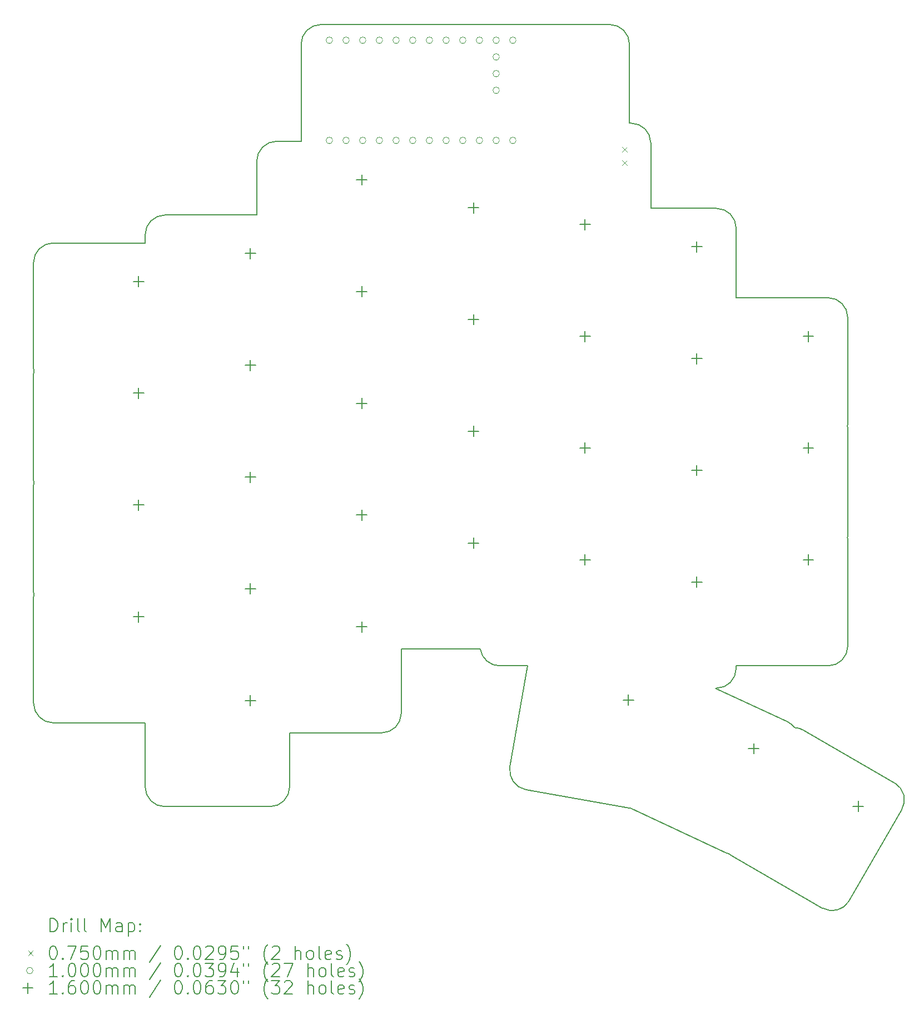
<source format=gbr>
%TF.GenerationSoftware,KiCad,Pcbnew,9.0.7+1*%
%TF.CreationDate,2026-02-15T05:04:03+00:00*%
%TF.ProjectId,left_pcb,6c656674-5f70-4636-922e-6b696361645f,v0.2*%
%TF.SameCoordinates,Original*%
%TF.FileFunction,Drillmap*%
%TF.FilePolarity,Positive*%
%FSLAX45Y45*%
G04 Gerber Fmt 4.5, Leading zero omitted, Abs format (unit mm)*
G04 Created by KiCad (PCBNEW 9.0.7+1) date 2026-02-15 05:04:03*
%MOMM*%
%LPD*%
G01*
G04 APERTURE LIST*
%ADD10C,0.150000*%
%ADD11C,0.200000*%
%ADD12C,0.100000*%
%ADD13C,0.160000*%
G04 APERTURE END LIST*
D10*
X2700000Y-14400000D02*
X4100000Y-14400000D01*
X2400000Y-12500000D02*
G75*
G02*
X2404196Y-12450000I299990J0D01*
G01*
X2400000Y-12500000D02*
X2400000Y-14100000D01*
X2700000Y-14400000D02*
G75*
G02*
X2400000Y-14100000I0J300000D01*
G01*
X2400000Y-10800000D02*
G75*
G02*
X2404196Y-10750000I299990J0D01*
G01*
X2400000Y-10800000D02*
X2400000Y-12400000D01*
X2404196Y-12450000D02*
G75*
G02*
X2400000Y-12400000I295794J50000D01*
G01*
X2400000Y-9100000D02*
G75*
G02*
X2404196Y-9050000I299990J0D01*
G01*
X2400000Y-9100000D02*
X2400000Y-10700000D01*
X2404196Y-10750000D02*
G75*
G02*
X2400000Y-10700000I295794J50000D01*
G01*
X4100000Y-7100000D02*
X2700000Y-7100000D01*
X2400000Y-7400000D02*
G75*
G02*
X2700000Y-7100000I300000J0D01*
G01*
X2400000Y-7400000D02*
X2400000Y-9000000D01*
X2404196Y-9050000D02*
G75*
G02*
X2400000Y-9000000I295794J50000D01*
G01*
X4400000Y-15675000D02*
X6000000Y-15675000D01*
X6300000Y-15375000D02*
G75*
G02*
X6000000Y-15675000I-300000J0D01*
G01*
X6300000Y-15375000D02*
X6300000Y-14553000D01*
X4100000Y-14400000D02*
X4100000Y-15375000D01*
X4400000Y-15675000D02*
G75*
G02*
X4100000Y-15375000I0J300000D01*
G01*
X5800000Y-6675000D02*
X4400000Y-6675000D01*
X4100000Y-6975000D02*
G75*
G02*
X4400000Y-6675000I300000J0D01*
G01*
X4100000Y-6975000D02*
X4100000Y-7100000D01*
X6300000Y-14553000D02*
X7700000Y-14553000D01*
X8000000Y-14253000D02*
G75*
G02*
X7700000Y-14553000I-300000J0D01*
G01*
X8000000Y-14253000D02*
X8000000Y-13278000D01*
X6475000Y-5553000D02*
X6100000Y-5553000D01*
X5800000Y-5853000D02*
G75*
G02*
X6100000Y-5553000I300000J0D01*
G01*
X5800000Y-5853000D02*
X5800000Y-6675000D01*
X8000000Y-13278000D02*
X9203394Y-13278000D01*
X9500000Y-13533000D02*
X9926778Y-13533000D01*
X9500000Y-13533000D02*
G75*
G02*
X9203394Y-13278000I0J300000D01*
G01*
X12783205Y-13873000D02*
X12800000Y-13873000D01*
X13100000Y-13573000D02*
G75*
G02*
X12800000Y-13873000I-300000J0D01*
G01*
X13100000Y-13573000D02*
X13100000Y-13533000D01*
X13100000Y-7933000D02*
X13100000Y-6873000D01*
X12800000Y-6573000D02*
G75*
G02*
X13100000Y-6873000I0J-300000D01*
G01*
X12800000Y-6573000D02*
X11800000Y-6573000D01*
X13100000Y-13533000D02*
X14500000Y-13533000D01*
X14800000Y-13233000D02*
G75*
G02*
X14500000Y-13533000I-300000J0D01*
G01*
X14800000Y-13233000D02*
X14800000Y-11633000D01*
X14795804Y-11583000D02*
G75*
G02*
X14800000Y-11633000I-295794J-50000D01*
G01*
X14800000Y-11533000D02*
G75*
G02*
X14795804Y-11583000I-299990J0D01*
G01*
X14800000Y-11533000D02*
X14800000Y-9933000D01*
X14795804Y-9883000D02*
G75*
G02*
X14800000Y-9933000I-295794J-50000D01*
G01*
X14800000Y-9833000D02*
G75*
G02*
X14795804Y-9883000I-299990J0D01*
G01*
X14800000Y-9833000D02*
X14800000Y-8233000D01*
X14500000Y-7933000D02*
G75*
G02*
X14800000Y-8233000I0J-300000D01*
G01*
X14500000Y-7933000D02*
X13100000Y-7933000D01*
X9899141Y-15417370D02*
X11474833Y-15695207D01*
X11491809Y-15697702D02*
G75*
G02*
X11474833Y-15695207I35131J298042D01*
G01*
X9926778Y-13533000D02*
X9655793Y-15069833D01*
X9899141Y-15417370D02*
G75*
G02*
X9655799Y-15069834I52099J295440D01*
G01*
X11507146Y-15705395D02*
X12957239Y-16381585D01*
X12993850Y-16395819D02*
G75*
G02*
X12957239Y-16381584I90180J286129D01*
G01*
X13886999Y-14387707D02*
G75*
G02*
X13994929Y-14472763I-126789J-271893D01*
G01*
X13886999Y-14387707D02*
X12783205Y-13873000D01*
X11507146Y-15705395D02*
G75*
G02*
X11491809Y-15697702I126714J271755D01*
G01*
X13026510Y-16417645D02*
X14412151Y-17217645D01*
X14821958Y-17107837D02*
G75*
G02*
X14412150Y-17217647I-259808J149997D01*
G01*
X14821958Y-17107837D02*
X15621958Y-15722197D01*
X15512151Y-15312389D02*
G75*
G02*
X15621962Y-15722199I-150001J-259811D01*
G01*
X15512151Y-15312389D02*
X14126510Y-14512389D01*
X13994930Y-14472763D02*
G75*
G02*
X14126510Y-14512389I-18420J-299437D01*
G01*
X13026510Y-16417645D02*
G75*
G02*
X12993850Y-16395819I150000J259805D01*
G01*
X11475000Y-5277000D02*
X11475000Y-4077000D01*
X11175000Y-3777000D02*
G75*
G02*
X11475000Y-4077000I0J-300000D01*
G01*
X11175000Y-3777000D02*
X6775000Y-3777000D01*
X6475000Y-4077000D02*
G75*
G02*
X6775000Y-3777000I300000J0D01*
G01*
X6475000Y-4077000D02*
X6475000Y-5553000D01*
X11800000Y-6573000D02*
X11800000Y-5577000D01*
X11500000Y-5277000D02*
G75*
G02*
X11800000Y-5577000I0J-300000D01*
G01*
X11500000Y-5277000D02*
X11475000Y-5277000D01*
D11*
D12*
X11362500Y-5639500D02*
X11437500Y-5714500D01*
X11437500Y-5639500D02*
X11362500Y-5714500D01*
X11362500Y-5839500D02*
X11437500Y-5914500D01*
X11437500Y-5839500D02*
X11362500Y-5914500D01*
X6955000Y-4015000D02*
G75*
G02*
X6855000Y-4015000I-50000J0D01*
G01*
X6855000Y-4015000D02*
G75*
G02*
X6955000Y-4015000I50000J0D01*
G01*
X6955000Y-5539000D02*
G75*
G02*
X6855000Y-5539000I-50000J0D01*
G01*
X6855000Y-5539000D02*
G75*
G02*
X6955000Y-5539000I50000J0D01*
G01*
X7209000Y-4015000D02*
G75*
G02*
X7109000Y-4015000I-50000J0D01*
G01*
X7109000Y-4015000D02*
G75*
G02*
X7209000Y-4015000I50000J0D01*
G01*
X7209000Y-5539000D02*
G75*
G02*
X7109000Y-5539000I-50000J0D01*
G01*
X7109000Y-5539000D02*
G75*
G02*
X7209000Y-5539000I50000J0D01*
G01*
X7463000Y-4015000D02*
G75*
G02*
X7363000Y-4015000I-50000J0D01*
G01*
X7363000Y-4015000D02*
G75*
G02*
X7463000Y-4015000I50000J0D01*
G01*
X7463000Y-5539000D02*
G75*
G02*
X7363000Y-5539000I-50000J0D01*
G01*
X7363000Y-5539000D02*
G75*
G02*
X7463000Y-5539000I50000J0D01*
G01*
X7717000Y-4015000D02*
G75*
G02*
X7617000Y-4015000I-50000J0D01*
G01*
X7617000Y-4015000D02*
G75*
G02*
X7717000Y-4015000I50000J0D01*
G01*
X7717000Y-5539000D02*
G75*
G02*
X7617000Y-5539000I-50000J0D01*
G01*
X7617000Y-5539000D02*
G75*
G02*
X7717000Y-5539000I50000J0D01*
G01*
X7971000Y-4015000D02*
G75*
G02*
X7871000Y-4015000I-50000J0D01*
G01*
X7871000Y-4015000D02*
G75*
G02*
X7971000Y-4015000I50000J0D01*
G01*
X7971000Y-5539000D02*
G75*
G02*
X7871000Y-5539000I-50000J0D01*
G01*
X7871000Y-5539000D02*
G75*
G02*
X7971000Y-5539000I50000J0D01*
G01*
X8225000Y-4015000D02*
G75*
G02*
X8125000Y-4015000I-50000J0D01*
G01*
X8125000Y-4015000D02*
G75*
G02*
X8225000Y-4015000I50000J0D01*
G01*
X8225000Y-5539000D02*
G75*
G02*
X8125000Y-5539000I-50000J0D01*
G01*
X8125000Y-5539000D02*
G75*
G02*
X8225000Y-5539000I50000J0D01*
G01*
X8479000Y-4015000D02*
G75*
G02*
X8379000Y-4015000I-50000J0D01*
G01*
X8379000Y-4015000D02*
G75*
G02*
X8479000Y-4015000I50000J0D01*
G01*
X8479000Y-5539000D02*
G75*
G02*
X8379000Y-5539000I-50000J0D01*
G01*
X8379000Y-5539000D02*
G75*
G02*
X8479000Y-5539000I50000J0D01*
G01*
X8733000Y-4015000D02*
G75*
G02*
X8633000Y-4015000I-50000J0D01*
G01*
X8633000Y-4015000D02*
G75*
G02*
X8733000Y-4015000I50000J0D01*
G01*
X8733000Y-5539000D02*
G75*
G02*
X8633000Y-5539000I-50000J0D01*
G01*
X8633000Y-5539000D02*
G75*
G02*
X8733000Y-5539000I50000J0D01*
G01*
X8987000Y-4015000D02*
G75*
G02*
X8887000Y-4015000I-50000J0D01*
G01*
X8887000Y-4015000D02*
G75*
G02*
X8987000Y-4015000I50000J0D01*
G01*
X8987000Y-5539000D02*
G75*
G02*
X8887000Y-5539000I-50000J0D01*
G01*
X8887000Y-5539000D02*
G75*
G02*
X8987000Y-5539000I50000J0D01*
G01*
X9241000Y-4015000D02*
G75*
G02*
X9141000Y-4015000I-50000J0D01*
G01*
X9141000Y-4015000D02*
G75*
G02*
X9241000Y-4015000I50000J0D01*
G01*
X9241000Y-5539000D02*
G75*
G02*
X9141000Y-5539000I-50000J0D01*
G01*
X9141000Y-5539000D02*
G75*
G02*
X9241000Y-5539000I50000J0D01*
G01*
X9495000Y-4015000D02*
G75*
G02*
X9395000Y-4015000I-50000J0D01*
G01*
X9395000Y-4015000D02*
G75*
G02*
X9495000Y-4015000I50000J0D01*
G01*
X9495000Y-4269000D02*
G75*
G02*
X9395000Y-4269000I-50000J0D01*
G01*
X9395000Y-4269000D02*
G75*
G02*
X9495000Y-4269000I50000J0D01*
G01*
X9495000Y-4523000D02*
G75*
G02*
X9395000Y-4523000I-50000J0D01*
G01*
X9395000Y-4523000D02*
G75*
G02*
X9495000Y-4523000I50000J0D01*
G01*
X9495000Y-4777000D02*
G75*
G02*
X9395000Y-4777000I-50000J0D01*
G01*
X9395000Y-4777000D02*
G75*
G02*
X9495000Y-4777000I50000J0D01*
G01*
X9495000Y-5539000D02*
G75*
G02*
X9395000Y-5539000I-50000J0D01*
G01*
X9395000Y-5539000D02*
G75*
G02*
X9495000Y-5539000I50000J0D01*
G01*
X9749000Y-4015000D02*
G75*
G02*
X9649000Y-4015000I-50000J0D01*
G01*
X9649000Y-4015000D02*
G75*
G02*
X9749000Y-4015000I50000J0D01*
G01*
X9749000Y-5539000D02*
G75*
G02*
X9649000Y-5539000I-50000J0D01*
G01*
X9649000Y-5539000D02*
G75*
G02*
X9749000Y-5539000I50000J0D01*
G01*
D13*
X4000000Y-7605000D02*
X4000000Y-7765000D01*
X3920000Y-7685000D02*
X4080000Y-7685000D01*
X4000000Y-9305000D02*
X4000000Y-9465000D01*
X3920000Y-9385000D02*
X4080000Y-9385000D01*
X4000000Y-11005000D02*
X4000000Y-11165000D01*
X3920000Y-11085000D02*
X4080000Y-11085000D01*
X4000000Y-12705000D02*
X4000000Y-12865000D01*
X3920000Y-12785000D02*
X4080000Y-12785000D01*
X5700000Y-7180000D02*
X5700000Y-7340000D01*
X5620000Y-7260000D02*
X5780000Y-7260000D01*
X5700000Y-8880000D02*
X5700000Y-9040000D01*
X5620000Y-8960000D02*
X5780000Y-8960000D01*
X5700000Y-10580000D02*
X5700000Y-10740000D01*
X5620000Y-10660000D02*
X5780000Y-10660000D01*
X5700000Y-12280000D02*
X5700000Y-12440000D01*
X5620000Y-12360000D02*
X5780000Y-12360000D01*
X5700000Y-13980000D02*
X5700000Y-14140000D01*
X5620000Y-14060000D02*
X5780000Y-14060000D01*
X7400000Y-6058000D02*
X7400000Y-6218000D01*
X7320000Y-6138000D02*
X7480000Y-6138000D01*
X7400000Y-7758000D02*
X7400000Y-7918000D01*
X7320000Y-7838000D02*
X7480000Y-7838000D01*
X7400000Y-9458000D02*
X7400000Y-9618000D01*
X7320000Y-9538000D02*
X7480000Y-9538000D01*
X7400000Y-11158000D02*
X7400000Y-11318000D01*
X7320000Y-11238000D02*
X7480000Y-11238000D01*
X7400000Y-12858000D02*
X7400000Y-13018000D01*
X7320000Y-12938000D02*
X7480000Y-12938000D01*
X9100000Y-6483000D02*
X9100000Y-6643000D01*
X9020000Y-6563000D02*
X9180000Y-6563000D01*
X9100000Y-8183000D02*
X9100000Y-8343000D01*
X9020000Y-8263000D02*
X9180000Y-8263000D01*
X9100000Y-9883000D02*
X9100000Y-10043000D01*
X9020000Y-9963000D02*
X9180000Y-9963000D01*
X9100000Y-11583000D02*
X9100000Y-11743000D01*
X9020000Y-11663000D02*
X9180000Y-11663000D01*
X10800000Y-6738000D02*
X10800000Y-6898000D01*
X10720000Y-6818000D02*
X10880000Y-6818000D01*
X10800000Y-8438000D02*
X10800000Y-8598000D01*
X10720000Y-8518000D02*
X10880000Y-8518000D01*
X10800000Y-10138000D02*
X10800000Y-10298000D01*
X10720000Y-10218000D02*
X10880000Y-10218000D01*
X10800000Y-11838000D02*
X10800000Y-11998000D01*
X10720000Y-11918000D02*
X10880000Y-11918000D01*
X11459833Y-13972648D02*
X11459833Y-14132648D01*
X11379833Y-14052648D02*
X11539833Y-14052648D01*
X12500000Y-7078000D02*
X12500000Y-7238000D01*
X12420000Y-7158000D02*
X12580000Y-7158000D01*
X12500000Y-8778000D02*
X12500000Y-8938000D01*
X12420000Y-8858000D02*
X12580000Y-8858000D01*
X12500000Y-10478000D02*
X12500000Y-10638000D01*
X12420000Y-10558000D02*
X12580000Y-10558000D01*
X12500000Y-12178000D02*
X12500000Y-12338000D01*
X12420000Y-12258000D02*
X12580000Y-12258000D01*
X13367875Y-14711112D02*
X13367875Y-14871112D01*
X13287875Y-14791112D02*
X13447875Y-14791112D01*
X14200000Y-8438000D02*
X14200000Y-8598000D01*
X14120000Y-8518000D02*
X14280000Y-8518000D01*
X14200000Y-10138000D02*
X14200000Y-10298000D01*
X14120000Y-10218000D02*
X14280000Y-10218000D01*
X14200000Y-11838000D02*
X14200000Y-11998000D01*
X14120000Y-11918000D02*
X14280000Y-11918000D01*
X14959843Y-15589014D02*
X14959843Y-15749014D01*
X14879843Y-15669014D02*
X15039843Y-15669014D01*
D11*
X2653277Y-17576823D02*
X2653277Y-17376823D01*
X2653277Y-17376823D02*
X2700896Y-17376823D01*
X2700896Y-17376823D02*
X2729467Y-17386347D01*
X2729467Y-17386347D02*
X2748515Y-17405395D01*
X2748515Y-17405395D02*
X2758039Y-17424442D01*
X2758039Y-17424442D02*
X2767563Y-17462537D01*
X2767563Y-17462537D02*
X2767563Y-17491109D01*
X2767563Y-17491109D02*
X2758039Y-17529204D01*
X2758039Y-17529204D02*
X2748515Y-17548252D01*
X2748515Y-17548252D02*
X2729467Y-17567299D01*
X2729467Y-17567299D02*
X2700896Y-17576823D01*
X2700896Y-17576823D02*
X2653277Y-17576823D01*
X2853277Y-17576823D02*
X2853277Y-17443490D01*
X2853277Y-17481585D02*
X2862801Y-17462537D01*
X2862801Y-17462537D02*
X2872324Y-17453014D01*
X2872324Y-17453014D02*
X2891372Y-17443490D01*
X2891372Y-17443490D02*
X2910420Y-17443490D01*
X2977086Y-17576823D02*
X2977086Y-17443490D01*
X2977086Y-17376823D02*
X2967562Y-17386347D01*
X2967562Y-17386347D02*
X2977086Y-17395871D01*
X2977086Y-17395871D02*
X2986610Y-17386347D01*
X2986610Y-17386347D02*
X2977086Y-17376823D01*
X2977086Y-17376823D02*
X2977086Y-17395871D01*
X3100896Y-17576823D02*
X3081848Y-17567299D01*
X3081848Y-17567299D02*
X3072324Y-17548252D01*
X3072324Y-17548252D02*
X3072324Y-17376823D01*
X3205658Y-17576823D02*
X3186610Y-17567299D01*
X3186610Y-17567299D02*
X3177086Y-17548252D01*
X3177086Y-17548252D02*
X3177086Y-17376823D01*
X3434229Y-17576823D02*
X3434229Y-17376823D01*
X3434229Y-17376823D02*
X3500896Y-17519680D01*
X3500896Y-17519680D02*
X3567562Y-17376823D01*
X3567562Y-17376823D02*
X3567562Y-17576823D01*
X3748515Y-17576823D02*
X3748515Y-17472061D01*
X3748515Y-17472061D02*
X3738991Y-17453014D01*
X3738991Y-17453014D02*
X3719943Y-17443490D01*
X3719943Y-17443490D02*
X3681848Y-17443490D01*
X3681848Y-17443490D02*
X3662801Y-17453014D01*
X3748515Y-17567299D02*
X3729467Y-17576823D01*
X3729467Y-17576823D02*
X3681848Y-17576823D01*
X3681848Y-17576823D02*
X3662801Y-17567299D01*
X3662801Y-17567299D02*
X3653277Y-17548252D01*
X3653277Y-17548252D02*
X3653277Y-17529204D01*
X3653277Y-17529204D02*
X3662801Y-17510156D01*
X3662801Y-17510156D02*
X3681848Y-17500633D01*
X3681848Y-17500633D02*
X3729467Y-17500633D01*
X3729467Y-17500633D02*
X3748515Y-17491109D01*
X3843753Y-17443490D02*
X3843753Y-17643490D01*
X3843753Y-17453014D02*
X3862801Y-17443490D01*
X3862801Y-17443490D02*
X3900896Y-17443490D01*
X3900896Y-17443490D02*
X3919943Y-17453014D01*
X3919943Y-17453014D02*
X3929467Y-17462537D01*
X3929467Y-17462537D02*
X3938991Y-17481585D01*
X3938991Y-17481585D02*
X3938991Y-17538728D01*
X3938991Y-17538728D02*
X3929467Y-17557775D01*
X3929467Y-17557775D02*
X3919943Y-17567299D01*
X3919943Y-17567299D02*
X3900896Y-17576823D01*
X3900896Y-17576823D02*
X3862801Y-17576823D01*
X3862801Y-17576823D02*
X3843753Y-17567299D01*
X4024705Y-17557775D02*
X4034229Y-17567299D01*
X4034229Y-17567299D02*
X4024705Y-17576823D01*
X4024705Y-17576823D02*
X4015182Y-17567299D01*
X4015182Y-17567299D02*
X4024705Y-17557775D01*
X4024705Y-17557775D02*
X4024705Y-17576823D01*
X4024705Y-17453014D02*
X4034229Y-17462537D01*
X4034229Y-17462537D02*
X4024705Y-17472061D01*
X4024705Y-17472061D02*
X4015182Y-17462537D01*
X4015182Y-17462537D02*
X4024705Y-17453014D01*
X4024705Y-17453014D02*
X4024705Y-17472061D01*
D12*
X2317500Y-17867839D02*
X2392500Y-17942839D01*
X2392500Y-17867839D02*
X2317500Y-17942839D01*
D11*
X2691372Y-17796823D02*
X2710420Y-17796823D01*
X2710420Y-17796823D02*
X2729467Y-17806347D01*
X2729467Y-17806347D02*
X2738991Y-17815871D01*
X2738991Y-17815871D02*
X2748515Y-17834918D01*
X2748515Y-17834918D02*
X2758039Y-17873014D01*
X2758039Y-17873014D02*
X2758039Y-17920633D01*
X2758039Y-17920633D02*
X2748515Y-17958728D01*
X2748515Y-17958728D02*
X2738991Y-17977775D01*
X2738991Y-17977775D02*
X2729467Y-17987299D01*
X2729467Y-17987299D02*
X2710420Y-17996823D01*
X2710420Y-17996823D02*
X2691372Y-17996823D01*
X2691372Y-17996823D02*
X2672324Y-17987299D01*
X2672324Y-17987299D02*
X2662801Y-17977775D01*
X2662801Y-17977775D02*
X2653277Y-17958728D01*
X2653277Y-17958728D02*
X2643753Y-17920633D01*
X2643753Y-17920633D02*
X2643753Y-17873014D01*
X2643753Y-17873014D02*
X2653277Y-17834918D01*
X2653277Y-17834918D02*
X2662801Y-17815871D01*
X2662801Y-17815871D02*
X2672324Y-17806347D01*
X2672324Y-17806347D02*
X2691372Y-17796823D01*
X2843753Y-17977775D02*
X2853277Y-17987299D01*
X2853277Y-17987299D02*
X2843753Y-17996823D01*
X2843753Y-17996823D02*
X2834229Y-17987299D01*
X2834229Y-17987299D02*
X2843753Y-17977775D01*
X2843753Y-17977775D02*
X2843753Y-17996823D01*
X2919943Y-17796823D02*
X3053277Y-17796823D01*
X3053277Y-17796823D02*
X2967562Y-17996823D01*
X3224705Y-17796823D02*
X3129467Y-17796823D01*
X3129467Y-17796823D02*
X3119943Y-17892061D01*
X3119943Y-17892061D02*
X3129467Y-17882537D01*
X3129467Y-17882537D02*
X3148515Y-17873014D01*
X3148515Y-17873014D02*
X3196134Y-17873014D01*
X3196134Y-17873014D02*
X3215182Y-17882537D01*
X3215182Y-17882537D02*
X3224705Y-17892061D01*
X3224705Y-17892061D02*
X3234229Y-17911109D01*
X3234229Y-17911109D02*
X3234229Y-17958728D01*
X3234229Y-17958728D02*
X3224705Y-17977775D01*
X3224705Y-17977775D02*
X3215182Y-17987299D01*
X3215182Y-17987299D02*
X3196134Y-17996823D01*
X3196134Y-17996823D02*
X3148515Y-17996823D01*
X3148515Y-17996823D02*
X3129467Y-17987299D01*
X3129467Y-17987299D02*
X3119943Y-17977775D01*
X3358039Y-17796823D02*
X3377086Y-17796823D01*
X3377086Y-17796823D02*
X3396134Y-17806347D01*
X3396134Y-17806347D02*
X3405658Y-17815871D01*
X3405658Y-17815871D02*
X3415182Y-17834918D01*
X3415182Y-17834918D02*
X3424705Y-17873014D01*
X3424705Y-17873014D02*
X3424705Y-17920633D01*
X3424705Y-17920633D02*
X3415182Y-17958728D01*
X3415182Y-17958728D02*
X3405658Y-17977775D01*
X3405658Y-17977775D02*
X3396134Y-17987299D01*
X3396134Y-17987299D02*
X3377086Y-17996823D01*
X3377086Y-17996823D02*
X3358039Y-17996823D01*
X3358039Y-17996823D02*
X3338991Y-17987299D01*
X3338991Y-17987299D02*
X3329467Y-17977775D01*
X3329467Y-17977775D02*
X3319943Y-17958728D01*
X3319943Y-17958728D02*
X3310420Y-17920633D01*
X3310420Y-17920633D02*
X3310420Y-17873014D01*
X3310420Y-17873014D02*
X3319943Y-17834918D01*
X3319943Y-17834918D02*
X3329467Y-17815871D01*
X3329467Y-17815871D02*
X3338991Y-17806347D01*
X3338991Y-17806347D02*
X3358039Y-17796823D01*
X3510420Y-17996823D02*
X3510420Y-17863490D01*
X3510420Y-17882537D02*
X3519943Y-17873014D01*
X3519943Y-17873014D02*
X3538991Y-17863490D01*
X3538991Y-17863490D02*
X3567563Y-17863490D01*
X3567563Y-17863490D02*
X3586610Y-17873014D01*
X3586610Y-17873014D02*
X3596134Y-17892061D01*
X3596134Y-17892061D02*
X3596134Y-17996823D01*
X3596134Y-17892061D02*
X3605658Y-17873014D01*
X3605658Y-17873014D02*
X3624705Y-17863490D01*
X3624705Y-17863490D02*
X3653277Y-17863490D01*
X3653277Y-17863490D02*
X3672324Y-17873014D01*
X3672324Y-17873014D02*
X3681848Y-17892061D01*
X3681848Y-17892061D02*
X3681848Y-17996823D01*
X3777086Y-17996823D02*
X3777086Y-17863490D01*
X3777086Y-17882537D02*
X3786610Y-17873014D01*
X3786610Y-17873014D02*
X3805658Y-17863490D01*
X3805658Y-17863490D02*
X3834229Y-17863490D01*
X3834229Y-17863490D02*
X3853277Y-17873014D01*
X3853277Y-17873014D02*
X3862801Y-17892061D01*
X3862801Y-17892061D02*
X3862801Y-17996823D01*
X3862801Y-17892061D02*
X3872324Y-17873014D01*
X3872324Y-17873014D02*
X3891372Y-17863490D01*
X3891372Y-17863490D02*
X3919943Y-17863490D01*
X3919943Y-17863490D02*
X3938991Y-17873014D01*
X3938991Y-17873014D02*
X3948515Y-17892061D01*
X3948515Y-17892061D02*
X3948515Y-17996823D01*
X4338991Y-17787299D02*
X4167563Y-18044442D01*
X4596134Y-17796823D02*
X4615182Y-17796823D01*
X4615182Y-17796823D02*
X4634229Y-17806347D01*
X4634229Y-17806347D02*
X4643753Y-17815871D01*
X4643753Y-17815871D02*
X4653277Y-17834918D01*
X4653277Y-17834918D02*
X4662801Y-17873014D01*
X4662801Y-17873014D02*
X4662801Y-17920633D01*
X4662801Y-17920633D02*
X4653277Y-17958728D01*
X4653277Y-17958728D02*
X4643753Y-17977775D01*
X4643753Y-17977775D02*
X4634229Y-17987299D01*
X4634229Y-17987299D02*
X4615182Y-17996823D01*
X4615182Y-17996823D02*
X4596134Y-17996823D01*
X4596134Y-17996823D02*
X4577087Y-17987299D01*
X4577087Y-17987299D02*
X4567563Y-17977775D01*
X4567563Y-17977775D02*
X4558039Y-17958728D01*
X4558039Y-17958728D02*
X4548515Y-17920633D01*
X4548515Y-17920633D02*
X4548515Y-17873014D01*
X4548515Y-17873014D02*
X4558039Y-17834918D01*
X4558039Y-17834918D02*
X4567563Y-17815871D01*
X4567563Y-17815871D02*
X4577087Y-17806347D01*
X4577087Y-17806347D02*
X4596134Y-17796823D01*
X4748515Y-17977775D02*
X4758039Y-17987299D01*
X4758039Y-17987299D02*
X4748515Y-17996823D01*
X4748515Y-17996823D02*
X4738991Y-17987299D01*
X4738991Y-17987299D02*
X4748515Y-17977775D01*
X4748515Y-17977775D02*
X4748515Y-17996823D01*
X4881848Y-17796823D02*
X4900896Y-17796823D01*
X4900896Y-17796823D02*
X4919944Y-17806347D01*
X4919944Y-17806347D02*
X4929468Y-17815871D01*
X4929468Y-17815871D02*
X4938991Y-17834918D01*
X4938991Y-17834918D02*
X4948515Y-17873014D01*
X4948515Y-17873014D02*
X4948515Y-17920633D01*
X4948515Y-17920633D02*
X4938991Y-17958728D01*
X4938991Y-17958728D02*
X4929468Y-17977775D01*
X4929468Y-17977775D02*
X4919944Y-17987299D01*
X4919944Y-17987299D02*
X4900896Y-17996823D01*
X4900896Y-17996823D02*
X4881848Y-17996823D01*
X4881848Y-17996823D02*
X4862801Y-17987299D01*
X4862801Y-17987299D02*
X4853277Y-17977775D01*
X4853277Y-17977775D02*
X4843753Y-17958728D01*
X4843753Y-17958728D02*
X4834229Y-17920633D01*
X4834229Y-17920633D02*
X4834229Y-17873014D01*
X4834229Y-17873014D02*
X4843753Y-17834918D01*
X4843753Y-17834918D02*
X4853277Y-17815871D01*
X4853277Y-17815871D02*
X4862801Y-17806347D01*
X4862801Y-17806347D02*
X4881848Y-17796823D01*
X5024706Y-17815871D02*
X5034229Y-17806347D01*
X5034229Y-17806347D02*
X5053277Y-17796823D01*
X5053277Y-17796823D02*
X5100896Y-17796823D01*
X5100896Y-17796823D02*
X5119944Y-17806347D01*
X5119944Y-17806347D02*
X5129468Y-17815871D01*
X5129468Y-17815871D02*
X5138991Y-17834918D01*
X5138991Y-17834918D02*
X5138991Y-17853966D01*
X5138991Y-17853966D02*
X5129468Y-17882537D01*
X5129468Y-17882537D02*
X5015182Y-17996823D01*
X5015182Y-17996823D02*
X5138991Y-17996823D01*
X5234229Y-17996823D02*
X5272325Y-17996823D01*
X5272325Y-17996823D02*
X5291372Y-17987299D01*
X5291372Y-17987299D02*
X5300896Y-17977775D01*
X5300896Y-17977775D02*
X5319944Y-17949204D01*
X5319944Y-17949204D02*
X5329468Y-17911109D01*
X5329468Y-17911109D02*
X5329468Y-17834918D01*
X5329468Y-17834918D02*
X5319944Y-17815871D01*
X5319944Y-17815871D02*
X5310420Y-17806347D01*
X5310420Y-17806347D02*
X5291372Y-17796823D01*
X5291372Y-17796823D02*
X5253277Y-17796823D01*
X5253277Y-17796823D02*
X5234229Y-17806347D01*
X5234229Y-17806347D02*
X5224706Y-17815871D01*
X5224706Y-17815871D02*
X5215182Y-17834918D01*
X5215182Y-17834918D02*
X5215182Y-17882537D01*
X5215182Y-17882537D02*
X5224706Y-17901585D01*
X5224706Y-17901585D02*
X5234229Y-17911109D01*
X5234229Y-17911109D02*
X5253277Y-17920633D01*
X5253277Y-17920633D02*
X5291372Y-17920633D01*
X5291372Y-17920633D02*
X5310420Y-17911109D01*
X5310420Y-17911109D02*
X5319944Y-17901585D01*
X5319944Y-17901585D02*
X5329468Y-17882537D01*
X5510420Y-17796823D02*
X5415182Y-17796823D01*
X5415182Y-17796823D02*
X5405658Y-17892061D01*
X5405658Y-17892061D02*
X5415182Y-17882537D01*
X5415182Y-17882537D02*
X5434229Y-17873014D01*
X5434229Y-17873014D02*
X5481849Y-17873014D01*
X5481849Y-17873014D02*
X5500896Y-17882537D01*
X5500896Y-17882537D02*
X5510420Y-17892061D01*
X5510420Y-17892061D02*
X5519944Y-17911109D01*
X5519944Y-17911109D02*
X5519944Y-17958728D01*
X5519944Y-17958728D02*
X5510420Y-17977775D01*
X5510420Y-17977775D02*
X5500896Y-17987299D01*
X5500896Y-17987299D02*
X5481849Y-17996823D01*
X5481849Y-17996823D02*
X5434229Y-17996823D01*
X5434229Y-17996823D02*
X5415182Y-17987299D01*
X5415182Y-17987299D02*
X5405658Y-17977775D01*
X5596134Y-17796823D02*
X5596134Y-17834918D01*
X5672325Y-17796823D02*
X5672325Y-17834918D01*
X5967563Y-18073014D02*
X5958039Y-18063490D01*
X5958039Y-18063490D02*
X5938991Y-18034918D01*
X5938991Y-18034918D02*
X5929468Y-18015871D01*
X5929468Y-18015871D02*
X5919944Y-17987299D01*
X5919944Y-17987299D02*
X5910420Y-17939680D01*
X5910420Y-17939680D02*
X5910420Y-17901585D01*
X5910420Y-17901585D02*
X5919944Y-17853966D01*
X5919944Y-17853966D02*
X5929468Y-17825395D01*
X5929468Y-17825395D02*
X5938991Y-17806347D01*
X5938991Y-17806347D02*
X5958039Y-17777775D01*
X5958039Y-17777775D02*
X5967563Y-17768252D01*
X6034229Y-17815871D02*
X6043753Y-17806347D01*
X6043753Y-17806347D02*
X6062801Y-17796823D01*
X6062801Y-17796823D02*
X6110420Y-17796823D01*
X6110420Y-17796823D02*
X6129468Y-17806347D01*
X6129468Y-17806347D02*
X6138991Y-17815871D01*
X6138991Y-17815871D02*
X6148515Y-17834918D01*
X6148515Y-17834918D02*
X6148515Y-17853966D01*
X6148515Y-17853966D02*
X6138991Y-17882537D01*
X6138991Y-17882537D02*
X6024706Y-17996823D01*
X6024706Y-17996823D02*
X6148515Y-17996823D01*
X6386610Y-17996823D02*
X6386610Y-17796823D01*
X6472325Y-17996823D02*
X6472325Y-17892061D01*
X6472325Y-17892061D02*
X6462801Y-17873014D01*
X6462801Y-17873014D02*
X6443753Y-17863490D01*
X6443753Y-17863490D02*
X6415182Y-17863490D01*
X6415182Y-17863490D02*
X6396134Y-17873014D01*
X6396134Y-17873014D02*
X6386610Y-17882537D01*
X6596134Y-17996823D02*
X6577087Y-17987299D01*
X6577087Y-17987299D02*
X6567563Y-17977775D01*
X6567563Y-17977775D02*
X6558039Y-17958728D01*
X6558039Y-17958728D02*
X6558039Y-17901585D01*
X6558039Y-17901585D02*
X6567563Y-17882537D01*
X6567563Y-17882537D02*
X6577087Y-17873014D01*
X6577087Y-17873014D02*
X6596134Y-17863490D01*
X6596134Y-17863490D02*
X6624706Y-17863490D01*
X6624706Y-17863490D02*
X6643753Y-17873014D01*
X6643753Y-17873014D02*
X6653277Y-17882537D01*
X6653277Y-17882537D02*
X6662801Y-17901585D01*
X6662801Y-17901585D02*
X6662801Y-17958728D01*
X6662801Y-17958728D02*
X6653277Y-17977775D01*
X6653277Y-17977775D02*
X6643753Y-17987299D01*
X6643753Y-17987299D02*
X6624706Y-17996823D01*
X6624706Y-17996823D02*
X6596134Y-17996823D01*
X6777087Y-17996823D02*
X6758039Y-17987299D01*
X6758039Y-17987299D02*
X6748515Y-17968252D01*
X6748515Y-17968252D02*
X6748515Y-17796823D01*
X6929468Y-17987299D02*
X6910420Y-17996823D01*
X6910420Y-17996823D02*
X6872325Y-17996823D01*
X6872325Y-17996823D02*
X6853277Y-17987299D01*
X6853277Y-17987299D02*
X6843753Y-17968252D01*
X6843753Y-17968252D02*
X6843753Y-17892061D01*
X6843753Y-17892061D02*
X6853277Y-17873014D01*
X6853277Y-17873014D02*
X6872325Y-17863490D01*
X6872325Y-17863490D02*
X6910420Y-17863490D01*
X6910420Y-17863490D02*
X6929468Y-17873014D01*
X6929468Y-17873014D02*
X6938991Y-17892061D01*
X6938991Y-17892061D02*
X6938991Y-17911109D01*
X6938991Y-17911109D02*
X6843753Y-17930156D01*
X7015182Y-17987299D02*
X7034230Y-17996823D01*
X7034230Y-17996823D02*
X7072325Y-17996823D01*
X7072325Y-17996823D02*
X7091372Y-17987299D01*
X7091372Y-17987299D02*
X7100896Y-17968252D01*
X7100896Y-17968252D02*
X7100896Y-17958728D01*
X7100896Y-17958728D02*
X7091372Y-17939680D01*
X7091372Y-17939680D02*
X7072325Y-17930156D01*
X7072325Y-17930156D02*
X7043753Y-17930156D01*
X7043753Y-17930156D02*
X7024706Y-17920633D01*
X7024706Y-17920633D02*
X7015182Y-17901585D01*
X7015182Y-17901585D02*
X7015182Y-17892061D01*
X7015182Y-17892061D02*
X7024706Y-17873014D01*
X7024706Y-17873014D02*
X7043753Y-17863490D01*
X7043753Y-17863490D02*
X7072325Y-17863490D01*
X7072325Y-17863490D02*
X7091372Y-17873014D01*
X7167563Y-18073014D02*
X7177087Y-18063490D01*
X7177087Y-18063490D02*
X7196134Y-18034918D01*
X7196134Y-18034918D02*
X7205658Y-18015871D01*
X7205658Y-18015871D02*
X7215182Y-17987299D01*
X7215182Y-17987299D02*
X7224706Y-17939680D01*
X7224706Y-17939680D02*
X7224706Y-17901585D01*
X7224706Y-17901585D02*
X7215182Y-17853966D01*
X7215182Y-17853966D02*
X7205658Y-17825395D01*
X7205658Y-17825395D02*
X7196134Y-17806347D01*
X7196134Y-17806347D02*
X7177087Y-17777775D01*
X7177087Y-17777775D02*
X7167563Y-17768252D01*
D12*
X2392500Y-18169339D02*
G75*
G02*
X2292500Y-18169339I-50000J0D01*
G01*
X2292500Y-18169339D02*
G75*
G02*
X2392500Y-18169339I50000J0D01*
G01*
D11*
X2758039Y-18260823D02*
X2643753Y-18260823D01*
X2700896Y-18260823D02*
X2700896Y-18060823D01*
X2700896Y-18060823D02*
X2681848Y-18089395D01*
X2681848Y-18089395D02*
X2662801Y-18108442D01*
X2662801Y-18108442D02*
X2643753Y-18117966D01*
X2843753Y-18241775D02*
X2853277Y-18251299D01*
X2853277Y-18251299D02*
X2843753Y-18260823D01*
X2843753Y-18260823D02*
X2834229Y-18251299D01*
X2834229Y-18251299D02*
X2843753Y-18241775D01*
X2843753Y-18241775D02*
X2843753Y-18260823D01*
X2977086Y-18060823D02*
X2996134Y-18060823D01*
X2996134Y-18060823D02*
X3015182Y-18070347D01*
X3015182Y-18070347D02*
X3024705Y-18079871D01*
X3024705Y-18079871D02*
X3034229Y-18098918D01*
X3034229Y-18098918D02*
X3043753Y-18137014D01*
X3043753Y-18137014D02*
X3043753Y-18184633D01*
X3043753Y-18184633D02*
X3034229Y-18222728D01*
X3034229Y-18222728D02*
X3024705Y-18241775D01*
X3024705Y-18241775D02*
X3015182Y-18251299D01*
X3015182Y-18251299D02*
X2996134Y-18260823D01*
X2996134Y-18260823D02*
X2977086Y-18260823D01*
X2977086Y-18260823D02*
X2958039Y-18251299D01*
X2958039Y-18251299D02*
X2948515Y-18241775D01*
X2948515Y-18241775D02*
X2938991Y-18222728D01*
X2938991Y-18222728D02*
X2929467Y-18184633D01*
X2929467Y-18184633D02*
X2929467Y-18137014D01*
X2929467Y-18137014D02*
X2938991Y-18098918D01*
X2938991Y-18098918D02*
X2948515Y-18079871D01*
X2948515Y-18079871D02*
X2958039Y-18070347D01*
X2958039Y-18070347D02*
X2977086Y-18060823D01*
X3167562Y-18060823D02*
X3186610Y-18060823D01*
X3186610Y-18060823D02*
X3205658Y-18070347D01*
X3205658Y-18070347D02*
X3215182Y-18079871D01*
X3215182Y-18079871D02*
X3224705Y-18098918D01*
X3224705Y-18098918D02*
X3234229Y-18137014D01*
X3234229Y-18137014D02*
X3234229Y-18184633D01*
X3234229Y-18184633D02*
X3224705Y-18222728D01*
X3224705Y-18222728D02*
X3215182Y-18241775D01*
X3215182Y-18241775D02*
X3205658Y-18251299D01*
X3205658Y-18251299D02*
X3186610Y-18260823D01*
X3186610Y-18260823D02*
X3167562Y-18260823D01*
X3167562Y-18260823D02*
X3148515Y-18251299D01*
X3148515Y-18251299D02*
X3138991Y-18241775D01*
X3138991Y-18241775D02*
X3129467Y-18222728D01*
X3129467Y-18222728D02*
X3119943Y-18184633D01*
X3119943Y-18184633D02*
X3119943Y-18137014D01*
X3119943Y-18137014D02*
X3129467Y-18098918D01*
X3129467Y-18098918D02*
X3138991Y-18079871D01*
X3138991Y-18079871D02*
X3148515Y-18070347D01*
X3148515Y-18070347D02*
X3167562Y-18060823D01*
X3358039Y-18060823D02*
X3377086Y-18060823D01*
X3377086Y-18060823D02*
X3396134Y-18070347D01*
X3396134Y-18070347D02*
X3405658Y-18079871D01*
X3405658Y-18079871D02*
X3415182Y-18098918D01*
X3415182Y-18098918D02*
X3424705Y-18137014D01*
X3424705Y-18137014D02*
X3424705Y-18184633D01*
X3424705Y-18184633D02*
X3415182Y-18222728D01*
X3415182Y-18222728D02*
X3405658Y-18241775D01*
X3405658Y-18241775D02*
X3396134Y-18251299D01*
X3396134Y-18251299D02*
X3377086Y-18260823D01*
X3377086Y-18260823D02*
X3358039Y-18260823D01*
X3358039Y-18260823D02*
X3338991Y-18251299D01*
X3338991Y-18251299D02*
X3329467Y-18241775D01*
X3329467Y-18241775D02*
X3319943Y-18222728D01*
X3319943Y-18222728D02*
X3310420Y-18184633D01*
X3310420Y-18184633D02*
X3310420Y-18137014D01*
X3310420Y-18137014D02*
X3319943Y-18098918D01*
X3319943Y-18098918D02*
X3329467Y-18079871D01*
X3329467Y-18079871D02*
X3338991Y-18070347D01*
X3338991Y-18070347D02*
X3358039Y-18060823D01*
X3510420Y-18260823D02*
X3510420Y-18127490D01*
X3510420Y-18146537D02*
X3519943Y-18137014D01*
X3519943Y-18137014D02*
X3538991Y-18127490D01*
X3538991Y-18127490D02*
X3567563Y-18127490D01*
X3567563Y-18127490D02*
X3586610Y-18137014D01*
X3586610Y-18137014D02*
X3596134Y-18156061D01*
X3596134Y-18156061D02*
X3596134Y-18260823D01*
X3596134Y-18156061D02*
X3605658Y-18137014D01*
X3605658Y-18137014D02*
X3624705Y-18127490D01*
X3624705Y-18127490D02*
X3653277Y-18127490D01*
X3653277Y-18127490D02*
X3672324Y-18137014D01*
X3672324Y-18137014D02*
X3681848Y-18156061D01*
X3681848Y-18156061D02*
X3681848Y-18260823D01*
X3777086Y-18260823D02*
X3777086Y-18127490D01*
X3777086Y-18146537D02*
X3786610Y-18137014D01*
X3786610Y-18137014D02*
X3805658Y-18127490D01*
X3805658Y-18127490D02*
X3834229Y-18127490D01*
X3834229Y-18127490D02*
X3853277Y-18137014D01*
X3853277Y-18137014D02*
X3862801Y-18156061D01*
X3862801Y-18156061D02*
X3862801Y-18260823D01*
X3862801Y-18156061D02*
X3872324Y-18137014D01*
X3872324Y-18137014D02*
X3891372Y-18127490D01*
X3891372Y-18127490D02*
X3919943Y-18127490D01*
X3919943Y-18127490D02*
X3938991Y-18137014D01*
X3938991Y-18137014D02*
X3948515Y-18156061D01*
X3948515Y-18156061D02*
X3948515Y-18260823D01*
X4338991Y-18051299D02*
X4167563Y-18308442D01*
X4596134Y-18060823D02*
X4615182Y-18060823D01*
X4615182Y-18060823D02*
X4634229Y-18070347D01*
X4634229Y-18070347D02*
X4643753Y-18079871D01*
X4643753Y-18079871D02*
X4653277Y-18098918D01*
X4653277Y-18098918D02*
X4662801Y-18137014D01*
X4662801Y-18137014D02*
X4662801Y-18184633D01*
X4662801Y-18184633D02*
X4653277Y-18222728D01*
X4653277Y-18222728D02*
X4643753Y-18241775D01*
X4643753Y-18241775D02*
X4634229Y-18251299D01*
X4634229Y-18251299D02*
X4615182Y-18260823D01*
X4615182Y-18260823D02*
X4596134Y-18260823D01*
X4596134Y-18260823D02*
X4577087Y-18251299D01*
X4577087Y-18251299D02*
X4567563Y-18241775D01*
X4567563Y-18241775D02*
X4558039Y-18222728D01*
X4558039Y-18222728D02*
X4548515Y-18184633D01*
X4548515Y-18184633D02*
X4548515Y-18137014D01*
X4548515Y-18137014D02*
X4558039Y-18098918D01*
X4558039Y-18098918D02*
X4567563Y-18079871D01*
X4567563Y-18079871D02*
X4577087Y-18070347D01*
X4577087Y-18070347D02*
X4596134Y-18060823D01*
X4748515Y-18241775D02*
X4758039Y-18251299D01*
X4758039Y-18251299D02*
X4748515Y-18260823D01*
X4748515Y-18260823D02*
X4738991Y-18251299D01*
X4738991Y-18251299D02*
X4748515Y-18241775D01*
X4748515Y-18241775D02*
X4748515Y-18260823D01*
X4881848Y-18060823D02*
X4900896Y-18060823D01*
X4900896Y-18060823D02*
X4919944Y-18070347D01*
X4919944Y-18070347D02*
X4929468Y-18079871D01*
X4929468Y-18079871D02*
X4938991Y-18098918D01*
X4938991Y-18098918D02*
X4948515Y-18137014D01*
X4948515Y-18137014D02*
X4948515Y-18184633D01*
X4948515Y-18184633D02*
X4938991Y-18222728D01*
X4938991Y-18222728D02*
X4929468Y-18241775D01*
X4929468Y-18241775D02*
X4919944Y-18251299D01*
X4919944Y-18251299D02*
X4900896Y-18260823D01*
X4900896Y-18260823D02*
X4881848Y-18260823D01*
X4881848Y-18260823D02*
X4862801Y-18251299D01*
X4862801Y-18251299D02*
X4853277Y-18241775D01*
X4853277Y-18241775D02*
X4843753Y-18222728D01*
X4843753Y-18222728D02*
X4834229Y-18184633D01*
X4834229Y-18184633D02*
X4834229Y-18137014D01*
X4834229Y-18137014D02*
X4843753Y-18098918D01*
X4843753Y-18098918D02*
X4853277Y-18079871D01*
X4853277Y-18079871D02*
X4862801Y-18070347D01*
X4862801Y-18070347D02*
X4881848Y-18060823D01*
X5015182Y-18060823D02*
X5138991Y-18060823D01*
X5138991Y-18060823D02*
X5072325Y-18137014D01*
X5072325Y-18137014D02*
X5100896Y-18137014D01*
X5100896Y-18137014D02*
X5119944Y-18146537D01*
X5119944Y-18146537D02*
X5129468Y-18156061D01*
X5129468Y-18156061D02*
X5138991Y-18175109D01*
X5138991Y-18175109D02*
X5138991Y-18222728D01*
X5138991Y-18222728D02*
X5129468Y-18241775D01*
X5129468Y-18241775D02*
X5119944Y-18251299D01*
X5119944Y-18251299D02*
X5100896Y-18260823D01*
X5100896Y-18260823D02*
X5043753Y-18260823D01*
X5043753Y-18260823D02*
X5024706Y-18251299D01*
X5024706Y-18251299D02*
X5015182Y-18241775D01*
X5234229Y-18260823D02*
X5272325Y-18260823D01*
X5272325Y-18260823D02*
X5291372Y-18251299D01*
X5291372Y-18251299D02*
X5300896Y-18241775D01*
X5300896Y-18241775D02*
X5319944Y-18213204D01*
X5319944Y-18213204D02*
X5329468Y-18175109D01*
X5329468Y-18175109D02*
X5329468Y-18098918D01*
X5329468Y-18098918D02*
X5319944Y-18079871D01*
X5319944Y-18079871D02*
X5310420Y-18070347D01*
X5310420Y-18070347D02*
X5291372Y-18060823D01*
X5291372Y-18060823D02*
X5253277Y-18060823D01*
X5253277Y-18060823D02*
X5234229Y-18070347D01*
X5234229Y-18070347D02*
X5224706Y-18079871D01*
X5224706Y-18079871D02*
X5215182Y-18098918D01*
X5215182Y-18098918D02*
X5215182Y-18146537D01*
X5215182Y-18146537D02*
X5224706Y-18165585D01*
X5224706Y-18165585D02*
X5234229Y-18175109D01*
X5234229Y-18175109D02*
X5253277Y-18184633D01*
X5253277Y-18184633D02*
X5291372Y-18184633D01*
X5291372Y-18184633D02*
X5310420Y-18175109D01*
X5310420Y-18175109D02*
X5319944Y-18165585D01*
X5319944Y-18165585D02*
X5329468Y-18146537D01*
X5500896Y-18127490D02*
X5500896Y-18260823D01*
X5453277Y-18051299D02*
X5405658Y-18194156D01*
X5405658Y-18194156D02*
X5529468Y-18194156D01*
X5596134Y-18060823D02*
X5596134Y-18098918D01*
X5672325Y-18060823D02*
X5672325Y-18098918D01*
X5967563Y-18337014D02*
X5958039Y-18327490D01*
X5958039Y-18327490D02*
X5938991Y-18298918D01*
X5938991Y-18298918D02*
X5929468Y-18279871D01*
X5929468Y-18279871D02*
X5919944Y-18251299D01*
X5919944Y-18251299D02*
X5910420Y-18203680D01*
X5910420Y-18203680D02*
X5910420Y-18165585D01*
X5910420Y-18165585D02*
X5919944Y-18117966D01*
X5919944Y-18117966D02*
X5929468Y-18089395D01*
X5929468Y-18089395D02*
X5938991Y-18070347D01*
X5938991Y-18070347D02*
X5958039Y-18041775D01*
X5958039Y-18041775D02*
X5967563Y-18032252D01*
X6034229Y-18079871D02*
X6043753Y-18070347D01*
X6043753Y-18070347D02*
X6062801Y-18060823D01*
X6062801Y-18060823D02*
X6110420Y-18060823D01*
X6110420Y-18060823D02*
X6129468Y-18070347D01*
X6129468Y-18070347D02*
X6138991Y-18079871D01*
X6138991Y-18079871D02*
X6148515Y-18098918D01*
X6148515Y-18098918D02*
X6148515Y-18117966D01*
X6148515Y-18117966D02*
X6138991Y-18146537D01*
X6138991Y-18146537D02*
X6024706Y-18260823D01*
X6024706Y-18260823D02*
X6148515Y-18260823D01*
X6215182Y-18060823D02*
X6348515Y-18060823D01*
X6348515Y-18060823D02*
X6262801Y-18260823D01*
X6577087Y-18260823D02*
X6577087Y-18060823D01*
X6662801Y-18260823D02*
X6662801Y-18156061D01*
X6662801Y-18156061D02*
X6653277Y-18137014D01*
X6653277Y-18137014D02*
X6634230Y-18127490D01*
X6634230Y-18127490D02*
X6605658Y-18127490D01*
X6605658Y-18127490D02*
X6586610Y-18137014D01*
X6586610Y-18137014D02*
X6577087Y-18146537D01*
X6786610Y-18260823D02*
X6767563Y-18251299D01*
X6767563Y-18251299D02*
X6758039Y-18241775D01*
X6758039Y-18241775D02*
X6748515Y-18222728D01*
X6748515Y-18222728D02*
X6748515Y-18165585D01*
X6748515Y-18165585D02*
X6758039Y-18146537D01*
X6758039Y-18146537D02*
X6767563Y-18137014D01*
X6767563Y-18137014D02*
X6786610Y-18127490D01*
X6786610Y-18127490D02*
X6815182Y-18127490D01*
X6815182Y-18127490D02*
X6834230Y-18137014D01*
X6834230Y-18137014D02*
X6843753Y-18146537D01*
X6843753Y-18146537D02*
X6853277Y-18165585D01*
X6853277Y-18165585D02*
X6853277Y-18222728D01*
X6853277Y-18222728D02*
X6843753Y-18241775D01*
X6843753Y-18241775D02*
X6834230Y-18251299D01*
X6834230Y-18251299D02*
X6815182Y-18260823D01*
X6815182Y-18260823D02*
X6786610Y-18260823D01*
X6967563Y-18260823D02*
X6948515Y-18251299D01*
X6948515Y-18251299D02*
X6938991Y-18232252D01*
X6938991Y-18232252D02*
X6938991Y-18060823D01*
X7119944Y-18251299D02*
X7100896Y-18260823D01*
X7100896Y-18260823D02*
X7062801Y-18260823D01*
X7062801Y-18260823D02*
X7043753Y-18251299D01*
X7043753Y-18251299D02*
X7034230Y-18232252D01*
X7034230Y-18232252D02*
X7034230Y-18156061D01*
X7034230Y-18156061D02*
X7043753Y-18137014D01*
X7043753Y-18137014D02*
X7062801Y-18127490D01*
X7062801Y-18127490D02*
X7100896Y-18127490D01*
X7100896Y-18127490D02*
X7119944Y-18137014D01*
X7119944Y-18137014D02*
X7129468Y-18156061D01*
X7129468Y-18156061D02*
X7129468Y-18175109D01*
X7129468Y-18175109D02*
X7034230Y-18194156D01*
X7205658Y-18251299D02*
X7224706Y-18260823D01*
X7224706Y-18260823D02*
X7262801Y-18260823D01*
X7262801Y-18260823D02*
X7281849Y-18251299D01*
X7281849Y-18251299D02*
X7291372Y-18232252D01*
X7291372Y-18232252D02*
X7291372Y-18222728D01*
X7291372Y-18222728D02*
X7281849Y-18203680D01*
X7281849Y-18203680D02*
X7262801Y-18194156D01*
X7262801Y-18194156D02*
X7234230Y-18194156D01*
X7234230Y-18194156D02*
X7215182Y-18184633D01*
X7215182Y-18184633D02*
X7205658Y-18165585D01*
X7205658Y-18165585D02*
X7205658Y-18156061D01*
X7205658Y-18156061D02*
X7215182Y-18137014D01*
X7215182Y-18137014D02*
X7234230Y-18127490D01*
X7234230Y-18127490D02*
X7262801Y-18127490D01*
X7262801Y-18127490D02*
X7281849Y-18137014D01*
X7358039Y-18337014D02*
X7367563Y-18327490D01*
X7367563Y-18327490D02*
X7386611Y-18298918D01*
X7386611Y-18298918D02*
X7396134Y-18279871D01*
X7396134Y-18279871D02*
X7405658Y-18251299D01*
X7405658Y-18251299D02*
X7415182Y-18203680D01*
X7415182Y-18203680D02*
X7415182Y-18165585D01*
X7415182Y-18165585D02*
X7405658Y-18117966D01*
X7405658Y-18117966D02*
X7396134Y-18089395D01*
X7396134Y-18089395D02*
X7386611Y-18070347D01*
X7386611Y-18070347D02*
X7367563Y-18041775D01*
X7367563Y-18041775D02*
X7358039Y-18032252D01*
D13*
X2312500Y-18353339D02*
X2312500Y-18513339D01*
X2232500Y-18433339D02*
X2392500Y-18433339D01*
D11*
X2758039Y-18524823D02*
X2643753Y-18524823D01*
X2700896Y-18524823D02*
X2700896Y-18324823D01*
X2700896Y-18324823D02*
X2681848Y-18353395D01*
X2681848Y-18353395D02*
X2662801Y-18372442D01*
X2662801Y-18372442D02*
X2643753Y-18381966D01*
X2843753Y-18505775D02*
X2853277Y-18515299D01*
X2853277Y-18515299D02*
X2843753Y-18524823D01*
X2843753Y-18524823D02*
X2834229Y-18515299D01*
X2834229Y-18515299D02*
X2843753Y-18505775D01*
X2843753Y-18505775D02*
X2843753Y-18524823D01*
X3024705Y-18324823D02*
X2986610Y-18324823D01*
X2986610Y-18324823D02*
X2967562Y-18334347D01*
X2967562Y-18334347D02*
X2958039Y-18343871D01*
X2958039Y-18343871D02*
X2938991Y-18372442D01*
X2938991Y-18372442D02*
X2929467Y-18410537D01*
X2929467Y-18410537D02*
X2929467Y-18486728D01*
X2929467Y-18486728D02*
X2938991Y-18505775D01*
X2938991Y-18505775D02*
X2948515Y-18515299D01*
X2948515Y-18515299D02*
X2967562Y-18524823D01*
X2967562Y-18524823D02*
X3005658Y-18524823D01*
X3005658Y-18524823D02*
X3024705Y-18515299D01*
X3024705Y-18515299D02*
X3034229Y-18505775D01*
X3034229Y-18505775D02*
X3043753Y-18486728D01*
X3043753Y-18486728D02*
X3043753Y-18439109D01*
X3043753Y-18439109D02*
X3034229Y-18420061D01*
X3034229Y-18420061D02*
X3024705Y-18410537D01*
X3024705Y-18410537D02*
X3005658Y-18401014D01*
X3005658Y-18401014D02*
X2967562Y-18401014D01*
X2967562Y-18401014D02*
X2948515Y-18410537D01*
X2948515Y-18410537D02*
X2938991Y-18420061D01*
X2938991Y-18420061D02*
X2929467Y-18439109D01*
X3167562Y-18324823D02*
X3186610Y-18324823D01*
X3186610Y-18324823D02*
X3205658Y-18334347D01*
X3205658Y-18334347D02*
X3215182Y-18343871D01*
X3215182Y-18343871D02*
X3224705Y-18362918D01*
X3224705Y-18362918D02*
X3234229Y-18401014D01*
X3234229Y-18401014D02*
X3234229Y-18448633D01*
X3234229Y-18448633D02*
X3224705Y-18486728D01*
X3224705Y-18486728D02*
X3215182Y-18505775D01*
X3215182Y-18505775D02*
X3205658Y-18515299D01*
X3205658Y-18515299D02*
X3186610Y-18524823D01*
X3186610Y-18524823D02*
X3167562Y-18524823D01*
X3167562Y-18524823D02*
X3148515Y-18515299D01*
X3148515Y-18515299D02*
X3138991Y-18505775D01*
X3138991Y-18505775D02*
X3129467Y-18486728D01*
X3129467Y-18486728D02*
X3119943Y-18448633D01*
X3119943Y-18448633D02*
X3119943Y-18401014D01*
X3119943Y-18401014D02*
X3129467Y-18362918D01*
X3129467Y-18362918D02*
X3138991Y-18343871D01*
X3138991Y-18343871D02*
X3148515Y-18334347D01*
X3148515Y-18334347D02*
X3167562Y-18324823D01*
X3358039Y-18324823D02*
X3377086Y-18324823D01*
X3377086Y-18324823D02*
X3396134Y-18334347D01*
X3396134Y-18334347D02*
X3405658Y-18343871D01*
X3405658Y-18343871D02*
X3415182Y-18362918D01*
X3415182Y-18362918D02*
X3424705Y-18401014D01*
X3424705Y-18401014D02*
X3424705Y-18448633D01*
X3424705Y-18448633D02*
X3415182Y-18486728D01*
X3415182Y-18486728D02*
X3405658Y-18505775D01*
X3405658Y-18505775D02*
X3396134Y-18515299D01*
X3396134Y-18515299D02*
X3377086Y-18524823D01*
X3377086Y-18524823D02*
X3358039Y-18524823D01*
X3358039Y-18524823D02*
X3338991Y-18515299D01*
X3338991Y-18515299D02*
X3329467Y-18505775D01*
X3329467Y-18505775D02*
X3319943Y-18486728D01*
X3319943Y-18486728D02*
X3310420Y-18448633D01*
X3310420Y-18448633D02*
X3310420Y-18401014D01*
X3310420Y-18401014D02*
X3319943Y-18362918D01*
X3319943Y-18362918D02*
X3329467Y-18343871D01*
X3329467Y-18343871D02*
X3338991Y-18334347D01*
X3338991Y-18334347D02*
X3358039Y-18324823D01*
X3510420Y-18524823D02*
X3510420Y-18391490D01*
X3510420Y-18410537D02*
X3519943Y-18401014D01*
X3519943Y-18401014D02*
X3538991Y-18391490D01*
X3538991Y-18391490D02*
X3567563Y-18391490D01*
X3567563Y-18391490D02*
X3586610Y-18401014D01*
X3586610Y-18401014D02*
X3596134Y-18420061D01*
X3596134Y-18420061D02*
X3596134Y-18524823D01*
X3596134Y-18420061D02*
X3605658Y-18401014D01*
X3605658Y-18401014D02*
X3624705Y-18391490D01*
X3624705Y-18391490D02*
X3653277Y-18391490D01*
X3653277Y-18391490D02*
X3672324Y-18401014D01*
X3672324Y-18401014D02*
X3681848Y-18420061D01*
X3681848Y-18420061D02*
X3681848Y-18524823D01*
X3777086Y-18524823D02*
X3777086Y-18391490D01*
X3777086Y-18410537D02*
X3786610Y-18401014D01*
X3786610Y-18401014D02*
X3805658Y-18391490D01*
X3805658Y-18391490D02*
X3834229Y-18391490D01*
X3834229Y-18391490D02*
X3853277Y-18401014D01*
X3853277Y-18401014D02*
X3862801Y-18420061D01*
X3862801Y-18420061D02*
X3862801Y-18524823D01*
X3862801Y-18420061D02*
X3872324Y-18401014D01*
X3872324Y-18401014D02*
X3891372Y-18391490D01*
X3891372Y-18391490D02*
X3919943Y-18391490D01*
X3919943Y-18391490D02*
X3938991Y-18401014D01*
X3938991Y-18401014D02*
X3948515Y-18420061D01*
X3948515Y-18420061D02*
X3948515Y-18524823D01*
X4338991Y-18315299D02*
X4167563Y-18572442D01*
X4596134Y-18324823D02*
X4615182Y-18324823D01*
X4615182Y-18324823D02*
X4634229Y-18334347D01*
X4634229Y-18334347D02*
X4643753Y-18343871D01*
X4643753Y-18343871D02*
X4653277Y-18362918D01*
X4653277Y-18362918D02*
X4662801Y-18401014D01*
X4662801Y-18401014D02*
X4662801Y-18448633D01*
X4662801Y-18448633D02*
X4653277Y-18486728D01*
X4653277Y-18486728D02*
X4643753Y-18505775D01*
X4643753Y-18505775D02*
X4634229Y-18515299D01*
X4634229Y-18515299D02*
X4615182Y-18524823D01*
X4615182Y-18524823D02*
X4596134Y-18524823D01*
X4596134Y-18524823D02*
X4577087Y-18515299D01*
X4577087Y-18515299D02*
X4567563Y-18505775D01*
X4567563Y-18505775D02*
X4558039Y-18486728D01*
X4558039Y-18486728D02*
X4548515Y-18448633D01*
X4548515Y-18448633D02*
X4548515Y-18401014D01*
X4548515Y-18401014D02*
X4558039Y-18362918D01*
X4558039Y-18362918D02*
X4567563Y-18343871D01*
X4567563Y-18343871D02*
X4577087Y-18334347D01*
X4577087Y-18334347D02*
X4596134Y-18324823D01*
X4748515Y-18505775D02*
X4758039Y-18515299D01*
X4758039Y-18515299D02*
X4748515Y-18524823D01*
X4748515Y-18524823D02*
X4738991Y-18515299D01*
X4738991Y-18515299D02*
X4748515Y-18505775D01*
X4748515Y-18505775D02*
X4748515Y-18524823D01*
X4881848Y-18324823D02*
X4900896Y-18324823D01*
X4900896Y-18324823D02*
X4919944Y-18334347D01*
X4919944Y-18334347D02*
X4929468Y-18343871D01*
X4929468Y-18343871D02*
X4938991Y-18362918D01*
X4938991Y-18362918D02*
X4948515Y-18401014D01*
X4948515Y-18401014D02*
X4948515Y-18448633D01*
X4948515Y-18448633D02*
X4938991Y-18486728D01*
X4938991Y-18486728D02*
X4929468Y-18505775D01*
X4929468Y-18505775D02*
X4919944Y-18515299D01*
X4919944Y-18515299D02*
X4900896Y-18524823D01*
X4900896Y-18524823D02*
X4881848Y-18524823D01*
X4881848Y-18524823D02*
X4862801Y-18515299D01*
X4862801Y-18515299D02*
X4853277Y-18505775D01*
X4853277Y-18505775D02*
X4843753Y-18486728D01*
X4843753Y-18486728D02*
X4834229Y-18448633D01*
X4834229Y-18448633D02*
X4834229Y-18401014D01*
X4834229Y-18401014D02*
X4843753Y-18362918D01*
X4843753Y-18362918D02*
X4853277Y-18343871D01*
X4853277Y-18343871D02*
X4862801Y-18334347D01*
X4862801Y-18334347D02*
X4881848Y-18324823D01*
X5119944Y-18324823D02*
X5081848Y-18324823D01*
X5081848Y-18324823D02*
X5062801Y-18334347D01*
X5062801Y-18334347D02*
X5053277Y-18343871D01*
X5053277Y-18343871D02*
X5034229Y-18372442D01*
X5034229Y-18372442D02*
X5024706Y-18410537D01*
X5024706Y-18410537D02*
X5024706Y-18486728D01*
X5024706Y-18486728D02*
X5034229Y-18505775D01*
X5034229Y-18505775D02*
X5043753Y-18515299D01*
X5043753Y-18515299D02*
X5062801Y-18524823D01*
X5062801Y-18524823D02*
X5100896Y-18524823D01*
X5100896Y-18524823D02*
X5119944Y-18515299D01*
X5119944Y-18515299D02*
X5129468Y-18505775D01*
X5129468Y-18505775D02*
X5138991Y-18486728D01*
X5138991Y-18486728D02*
X5138991Y-18439109D01*
X5138991Y-18439109D02*
X5129468Y-18420061D01*
X5129468Y-18420061D02*
X5119944Y-18410537D01*
X5119944Y-18410537D02*
X5100896Y-18401014D01*
X5100896Y-18401014D02*
X5062801Y-18401014D01*
X5062801Y-18401014D02*
X5043753Y-18410537D01*
X5043753Y-18410537D02*
X5034229Y-18420061D01*
X5034229Y-18420061D02*
X5024706Y-18439109D01*
X5205658Y-18324823D02*
X5329468Y-18324823D01*
X5329468Y-18324823D02*
X5262801Y-18401014D01*
X5262801Y-18401014D02*
X5291372Y-18401014D01*
X5291372Y-18401014D02*
X5310420Y-18410537D01*
X5310420Y-18410537D02*
X5319944Y-18420061D01*
X5319944Y-18420061D02*
X5329468Y-18439109D01*
X5329468Y-18439109D02*
X5329468Y-18486728D01*
X5329468Y-18486728D02*
X5319944Y-18505775D01*
X5319944Y-18505775D02*
X5310420Y-18515299D01*
X5310420Y-18515299D02*
X5291372Y-18524823D01*
X5291372Y-18524823D02*
X5234229Y-18524823D01*
X5234229Y-18524823D02*
X5215182Y-18515299D01*
X5215182Y-18515299D02*
X5205658Y-18505775D01*
X5453277Y-18324823D02*
X5472325Y-18324823D01*
X5472325Y-18324823D02*
X5491372Y-18334347D01*
X5491372Y-18334347D02*
X5500896Y-18343871D01*
X5500896Y-18343871D02*
X5510420Y-18362918D01*
X5510420Y-18362918D02*
X5519944Y-18401014D01*
X5519944Y-18401014D02*
X5519944Y-18448633D01*
X5519944Y-18448633D02*
X5510420Y-18486728D01*
X5510420Y-18486728D02*
X5500896Y-18505775D01*
X5500896Y-18505775D02*
X5491372Y-18515299D01*
X5491372Y-18515299D02*
X5472325Y-18524823D01*
X5472325Y-18524823D02*
X5453277Y-18524823D01*
X5453277Y-18524823D02*
X5434229Y-18515299D01*
X5434229Y-18515299D02*
X5424706Y-18505775D01*
X5424706Y-18505775D02*
X5415182Y-18486728D01*
X5415182Y-18486728D02*
X5405658Y-18448633D01*
X5405658Y-18448633D02*
X5405658Y-18401014D01*
X5405658Y-18401014D02*
X5415182Y-18362918D01*
X5415182Y-18362918D02*
X5424706Y-18343871D01*
X5424706Y-18343871D02*
X5434229Y-18334347D01*
X5434229Y-18334347D02*
X5453277Y-18324823D01*
X5596134Y-18324823D02*
X5596134Y-18362918D01*
X5672325Y-18324823D02*
X5672325Y-18362918D01*
X5967563Y-18601014D02*
X5958039Y-18591490D01*
X5958039Y-18591490D02*
X5938991Y-18562918D01*
X5938991Y-18562918D02*
X5929468Y-18543871D01*
X5929468Y-18543871D02*
X5919944Y-18515299D01*
X5919944Y-18515299D02*
X5910420Y-18467680D01*
X5910420Y-18467680D02*
X5910420Y-18429585D01*
X5910420Y-18429585D02*
X5919944Y-18381966D01*
X5919944Y-18381966D02*
X5929468Y-18353395D01*
X5929468Y-18353395D02*
X5938991Y-18334347D01*
X5938991Y-18334347D02*
X5958039Y-18305775D01*
X5958039Y-18305775D02*
X5967563Y-18296252D01*
X6024706Y-18324823D02*
X6148515Y-18324823D01*
X6148515Y-18324823D02*
X6081848Y-18401014D01*
X6081848Y-18401014D02*
X6110420Y-18401014D01*
X6110420Y-18401014D02*
X6129468Y-18410537D01*
X6129468Y-18410537D02*
X6138991Y-18420061D01*
X6138991Y-18420061D02*
X6148515Y-18439109D01*
X6148515Y-18439109D02*
X6148515Y-18486728D01*
X6148515Y-18486728D02*
X6138991Y-18505775D01*
X6138991Y-18505775D02*
X6129468Y-18515299D01*
X6129468Y-18515299D02*
X6110420Y-18524823D01*
X6110420Y-18524823D02*
X6053277Y-18524823D01*
X6053277Y-18524823D02*
X6034229Y-18515299D01*
X6034229Y-18515299D02*
X6024706Y-18505775D01*
X6224706Y-18343871D02*
X6234229Y-18334347D01*
X6234229Y-18334347D02*
X6253277Y-18324823D01*
X6253277Y-18324823D02*
X6300896Y-18324823D01*
X6300896Y-18324823D02*
X6319944Y-18334347D01*
X6319944Y-18334347D02*
X6329468Y-18343871D01*
X6329468Y-18343871D02*
X6338991Y-18362918D01*
X6338991Y-18362918D02*
X6338991Y-18381966D01*
X6338991Y-18381966D02*
X6329468Y-18410537D01*
X6329468Y-18410537D02*
X6215182Y-18524823D01*
X6215182Y-18524823D02*
X6338991Y-18524823D01*
X6577087Y-18524823D02*
X6577087Y-18324823D01*
X6662801Y-18524823D02*
X6662801Y-18420061D01*
X6662801Y-18420061D02*
X6653277Y-18401014D01*
X6653277Y-18401014D02*
X6634230Y-18391490D01*
X6634230Y-18391490D02*
X6605658Y-18391490D01*
X6605658Y-18391490D02*
X6586610Y-18401014D01*
X6586610Y-18401014D02*
X6577087Y-18410537D01*
X6786610Y-18524823D02*
X6767563Y-18515299D01*
X6767563Y-18515299D02*
X6758039Y-18505775D01*
X6758039Y-18505775D02*
X6748515Y-18486728D01*
X6748515Y-18486728D02*
X6748515Y-18429585D01*
X6748515Y-18429585D02*
X6758039Y-18410537D01*
X6758039Y-18410537D02*
X6767563Y-18401014D01*
X6767563Y-18401014D02*
X6786610Y-18391490D01*
X6786610Y-18391490D02*
X6815182Y-18391490D01*
X6815182Y-18391490D02*
X6834230Y-18401014D01*
X6834230Y-18401014D02*
X6843753Y-18410537D01*
X6843753Y-18410537D02*
X6853277Y-18429585D01*
X6853277Y-18429585D02*
X6853277Y-18486728D01*
X6853277Y-18486728D02*
X6843753Y-18505775D01*
X6843753Y-18505775D02*
X6834230Y-18515299D01*
X6834230Y-18515299D02*
X6815182Y-18524823D01*
X6815182Y-18524823D02*
X6786610Y-18524823D01*
X6967563Y-18524823D02*
X6948515Y-18515299D01*
X6948515Y-18515299D02*
X6938991Y-18496252D01*
X6938991Y-18496252D02*
X6938991Y-18324823D01*
X7119944Y-18515299D02*
X7100896Y-18524823D01*
X7100896Y-18524823D02*
X7062801Y-18524823D01*
X7062801Y-18524823D02*
X7043753Y-18515299D01*
X7043753Y-18515299D02*
X7034230Y-18496252D01*
X7034230Y-18496252D02*
X7034230Y-18420061D01*
X7034230Y-18420061D02*
X7043753Y-18401014D01*
X7043753Y-18401014D02*
X7062801Y-18391490D01*
X7062801Y-18391490D02*
X7100896Y-18391490D01*
X7100896Y-18391490D02*
X7119944Y-18401014D01*
X7119944Y-18401014D02*
X7129468Y-18420061D01*
X7129468Y-18420061D02*
X7129468Y-18439109D01*
X7129468Y-18439109D02*
X7034230Y-18458156D01*
X7205658Y-18515299D02*
X7224706Y-18524823D01*
X7224706Y-18524823D02*
X7262801Y-18524823D01*
X7262801Y-18524823D02*
X7281849Y-18515299D01*
X7281849Y-18515299D02*
X7291372Y-18496252D01*
X7291372Y-18496252D02*
X7291372Y-18486728D01*
X7291372Y-18486728D02*
X7281849Y-18467680D01*
X7281849Y-18467680D02*
X7262801Y-18458156D01*
X7262801Y-18458156D02*
X7234230Y-18458156D01*
X7234230Y-18458156D02*
X7215182Y-18448633D01*
X7215182Y-18448633D02*
X7205658Y-18429585D01*
X7205658Y-18429585D02*
X7205658Y-18420061D01*
X7205658Y-18420061D02*
X7215182Y-18401014D01*
X7215182Y-18401014D02*
X7234230Y-18391490D01*
X7234230Y-18391490D02*
X7262801Y-18391490D01*
X7262801Y-18391490D02*
X7281849Y-18401014D01*
X7358039Y-18601014D02*
X7367563Y-18591490D01*
X7367563Y-18591490D02*
X7386611Y-18562918D01*
X7386611Y-18562918D02*
X7396134Y-18543871D01*
X7396134Y-18543871D02*
X7405658Y-18515299D01*
X7405658Y-18515299D02*
X7415182Y-18467680D01*
X7415182Y-18467680D02*
X7415182Y-18429585D01*
X7415182Y-18429585D02*
X7405658Y-18381966D01*
X7405658Y-18381966D02*
X7396134Y-18353395D01*
X7396134Y-18353395D02*
X7386611Y-18334347D01*
X7386611Y-18334347D02*
X7367563Y-18305775D01*
X7367563Y-18305775D02*
X7358039Y-18296252D01*
M02*

</source>
